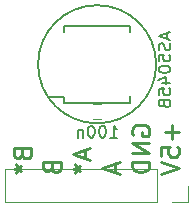
<source format=gbo>
G04 #@! TF.FileFunction,Legend,Bot*
%FSLAX46Y46*%
G04 Gerber Fmt 4.6, Leading zero omitted, Abs format (unit mm)*
G04 Created by KiCad (PCBNEW 4.0.7) date Sat Jun  9 20:27:24 2018*
%MOMM*%
%LPD*%
G01*
G04 APERTURE LIST*
%ADD10C,0.100000*%
%ADD11C,0.250000*%
%ADD12C,0.150000*%
%ADD13C,0.120000*%
G04 APERTURE END LIST*
D10*
D11*
X51142857Y-51614286D02*
X51214286Y-51828572D01*
X51285714Y-51900000D01*
X51428571Y-51971429D01*
X51642857Y-51971429D01*
X51785714Y-51900000D01*
X51857143Y-51828572D01*
X51928571Y-51685714D01*
X51928571Y-51114286D01*
X50428571Y-51114286D01*
X50428571Y-51614286D01*
X50500000Y-51757143D01*
X50571429Y-51828572D01*
X50714286Y-51900000D01*
X50857143Y-51900000D01*
X51000000Y-51828572D01*
X51071429Y-51757143D01*
X51142857Y-51614286D01*
X51142857Y-51114286D01*
X50428571Y-52828572D02*
X50785714Y-52828572D01*
X50642857Y-52471429D02*
X50785714Y-52828572D01*
X50642857Y-53185714D01*
X51071429Y-52614286D02*
X50785714Y-52828572D01*
X51071429Y-53042857D01*
X53642857Y-52757143D02*
X53714286Y-52971429D01*
X53785714Y-53042857D01*
X53928571Y-53114286D01*
X54142857Y-53114286D01*
X54285714Y-53042857D01*
X54357143Y-52971429D01*
X54428571Y-52828571D01*
X54428571Y-52257143D01*
X52928571Y-52257143D01*
X52928571Y-52757143D01*
X53000000Y-52900000D01*
X53071429Y-52971429D01*
X53214286Y-53042857D01*
X53357143Y-53042857D01*
X53500000Y-52971429D01*
X53571429Y-52900000D01*
X53642857Y-52757143D01*
X53642857Y-52257143D01*
X56500000Y-51257143D02*
X56500000Y-51971429D01*
X56928571Y-51114286D02*
X55428571Y-51614286D01*
X56928571Y-52114286D01*
X55428571Y-52828572D02*
X55785714Y-52828572D01*
X55642857Y-52471429D02*
X55785714Y-52828572D01*
X55642857Y-53185714D01*
X56071429Y-52614286D02*
X55785714Y-52828572D01*
X56071429Y-53042857D01*
X59000000Y-52400000D02*
X59000000Y-53114286D01*
X59428571Y-52257143D02*
X57928571Y-52757143D01*
X59428571Y-53257143D01*
X60500000Y-49971428D02*
X60428571Y-49828571D01*
X60428571Y-49614285D01*
X60500000Y-49400000D01*
X60642857Y-49257142D01*
X60785714Y-49185714D01*
X61071429Y-49114285D01*
X61285714Y-49114285D01*
X61571429Y-49185714D01*
X61714286Y-49257142D01*
X61857143Y-49400000D01*
X61928571Y-49614285D01*
X61928571Y-49757142D01*
X61857143Y-49971428D01*
X61785714Y-50042857D01*
X61285714Y-50042857D01*
X61285714Y-49757142D01*
X61928571Y-50685714D02*
X60428571Y-50685714D01*
X61928571Y-51542857D01*
X60428571Y-51542857D01*
X61928571Y-52257143D02*
X60428571Y-52257143D01*
X60428571Y-52614286D01*
X60500000Y-52828571D01*
X60642857Y-52971429D01*
X60785714Y-53042857D01*
X61071429Y-53114286D01*
X61285714Y-53114286D01*
X61571429Y-53042857D01*
X61714286Y-52971429D01*
X61857143Y-52828571D01*
X61928571Y-52614286D01*
X61928571Y-52257143D01*
X63857143Y-49185715D02*
X63857143Y-50328572D01*
X64428571Y-49757143D02*
X63285714Y-49757143D01*
X62928571Y-51757144D02*
X62928571Y-51042858D01*
X63642857Y-50971429D01*
X63571429Y-51042858D01*
X63500000Y-51185715D01*
X63500000Y-51542858D01*
X63571429Y-51685715D01*
X63642857Y-51757144D01*
X63785714Y-51828572D01*
X64142857Y-51828572D01*
X64285714Y-51757144D01*
X64357143Y-51685715D01*
X64428571Y-51542858D01*
X64428571Y-51185715D01*
X64357143Y-51042858D01*
X64285714Y-50971429D01*
X62928571Y-52257143D02*
X64428571Y-52757143D01*
X62928571Y-53257143D01*
D12*
X62500000Y-44000000D02*
G75*
G03X62500000Y-44000000I-5000000J0D01*
G01*
D13*
X57850000Y-47400000D02*
X57150000Y-47400000D01*
X57150000Y-48600000D02*
X57850000Y-48600000D01*
D12*
X54725000Y-47275000D02*
X54725000Y-46800000D01*
X60275000Y-47275000D02*
X60275000Y-46700000D01*
X60275000Y-40725000D02*
X60275000Y-41300000D01*
X54725000Y-40725000D02*
X54725000Y-41300000D01*
X54725000Y-47275000D02*
X60275000Y-47275000D01*
X54725000Y-40725000D02*
X60275000Y-40725000D01*
X54725000Y-46800000D02*
X53450000Y-46800000D01*
D13*
X62550000Y-55690000D02*
X49730000Y-55690000D01*
X49730000Y-55690000D02*
X49730000Y-52910000D01*
X49730000Y-52910000D02*
X62550000Y-52910000D01*
X62550000Y-52910000D02*
X62550000Y-55690000D01*
X63820000Y-55690000D02*
X65210000Y-55690000D01*
X65210000Y-55690000D02*
X65210000Y-54300000D01*
D12*
X58619047Y-50202381D02*
X59190476Y-50202381D01*
X58904762Y-50202381D02*
X58904762Y-49202381D01*
X59000000Y-49345238D01*
X59095238Y-49440476D01*
X59190476Y-49488095D01*
X58000000Y-49202381D02*
X57904761Y-49202381D01*
X57809523Y-49250000D01*
X57761904Y-49297619D01*
X57714285Y-49392857D01*
X57666666Y-49583333D01*
X57666666Y-49821429D01*
X57714285Y-50011905D01*
X57761904Y-50107143D01*
X57809523Y-50154762D01*
X57904761Y-50202381D01*
X58000000Y-50202381D01*
X58095238Y-50154762D01*
X58142857Y-50107143D01*
X58190476Y-50011905D01*
X58238095Y-49821429D01*
X58238095Y-49583333D01*
X58190476Y-49392857D01*
X58142857Y-49297619D01*
X58095238Y-49250000D01*
X58000000Y-49202381D01*
X57047619Y-49202381D02*
X56952380Y-49202381D01*
X56857142Y-49250000D01*
X56809523Y-49297619D01*
X56761904Y-49392857D01*
X56714285Y-49583333D01*
X56714285Y-49821429D01*
X56761904Y-50011905D01*
X56809523Y-50107143D01*
X56857142Y-50154762D01*
X56952380Y-50202381D01*
X57047619Y-50202381D01*
X57142857Y-50154762D01*
X57190476Y-50107143D01*
X57238095Y-50011905D01*
X57285714Y-49821429D01*
X57285714Y-49583333D01*
X57238095Y-49392857D01*
X57190476Y-49297619D01*
X57142857Y-49250000D01*
X57047619Y-49202381D01*
X56285714Y-49535714D02*
X56285714Y-50202381D01*
X56285714Y-49630952D02*
X56238095Y-49583333D01*
X56142857Y-49535714D01*
X55999999Y-49535714D01*
X55904761Y-49583333D01*
X55857142Y-49678571D01*
X55857142Y-50202381D01*
X63416667Y-41380952D02*
X63416667Y-41857143D01*
X63702381Y-41285714D02*
X62702381Y-41619047D01*
X63702381Y-41952381D01*
X63654762Y-42238095D02*
X63702381Y-42380952D01*
X63702381Y-42619048D01*
X63654762Y-42714286D01*
X63607143Y-42761905D01*
X63511905Y-42809524D01*
X63416667Y-42809524D01*
X63321429Y-42761905D01*
X63273810Y-42714286D01*
X63226190Y-42619048D01*
X63178571Y-42428571D01*
X63130952Y-42333333D01*
X63083333Y-42285714D01*
X62988095Y-42238095D01*
X62892857Y-42238095D01*
X62797619Y-42285714D01*
X62750000Y-42333333D01*
X62702381Y-42428571D01*
X62702381Y-42666667D01*
X62750000Y-42809524D01*
X62702381Y-43714286D02*
X62702381Y-43238095D01*
X63178571Y-43190476D01*
X63130952Y-43238095D01*
X63083333Y-43333333D01*
X63083333Y-43571429D01*
X63130952Y-43666667D01*
X63178571Y-43714286D01*
X63273810Y-43761905D01*
X63511905Y-43761905D01*
X63607143Y-43714286D01*
X63654762Y-43666667D01*
X63702381Y-43571429D01*
X63702381Y-43333333D01*
X63654762Y-43238095D01*
X63607143Y-43190476D01*
X62702381Y-44380952D02*
X62702381Y-44476191D01*
X62750000Y-44571429D01*
X62797619Y-44619048D01*
X62892857Y-44666667D01*
X63083333Y-44714286D01*
X63321429Y-44714286D01*
X63511905Y-44666667D01*
X63607143Y-44619048D01*
X63654762Y-44571429D01*
X63702381Y-44476191D01*
X63702381Y-44380952D01*
X63654762Y-44285714D01*
X63607143Y-44238095D01*
X63511905Y-44190476D01*
X63321429Y-44142857D01*
X63083333Y-44142857D01*
X62892857Y-44190476D01*
X62797619Y-44238095D01*
X62750000Y-44285714D01*
X62702381Y-44380952D01*
X63035714Y-45571429D02*
X63702381Y-45571429D01*
X62654762Y-45333333D02*
X63369048Y-45095238D01*
X63369048Y-45714286D01*
X62702381Y-46571429D02*
X62702381Y-46095238D01*
X63178571Y-46047619D01*
X63130952Y-46095238D01*
X63083333Y-46190476D01*
X63083333Y-46428572D01*
X63130952Y-46523810D01*
X63178571Y-46571429D01*
X63273810Y-46619048D01*
X63511905Y-46619048D01*
X63607143Y-46571429D01*
X63654762Y-46523810D01*
X63702381Y-46428572D01*
X63702381Y-46190476D01*
X63654762Y-46095238D01*
X63607143Y-46047619D01*
X63178571Y-47380953D02*
X63226190Y-47523810D01*
X63273810Y-47571429D01*
X63369048Y-47619048D01*
X63511905Y-47619048D01*
X63607143Y-47571429D01*
X63654762Y-47523810D01*
X63702381Y-47428572D01*
X63702381Y-47047619D01*
X62702381Y-47047619D01*
X62702381Y-47380953D01*
X62750000Y-47476191D01*
X62797619Y-47523810D01*
X62892857Y-47571429D01*
X62988095Y-47571429D01*
X63083333Y-47523810D01*
X63130952Y-47476191D01*
X63178571Y-47380953D01*
X63178571Y-47047619D01*
M02*

</source>
